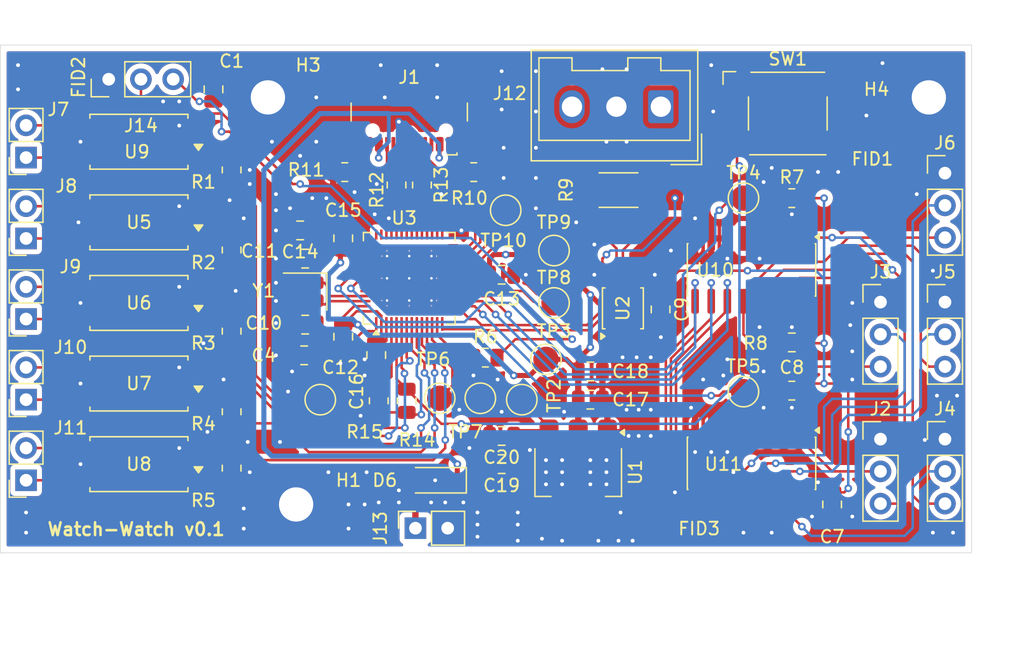
<source format=kicad_pcb>
(kicad_pcb
	(version 20241229)
	(generator "pcbnew")
	(generator_version "9.0")
	(general
		(thickness 1.6)
		(legacy_teardrops no)
	)
	(paper "A4")
	(layers
		(0 "F.Cu" signal)
		(2 "B.Cu" signal)
		(9 "F.Adhes" user "F.Adhesive")
		(11 "B.Adhes" user "B.Adhesive")
		(13 "F.Paste" user)
		(15 "B.Paste" user)
		(5 "F.SilkS" user "F.Silkscreen")
		(7 "B.SilkS" user "B.Silkscreen")
		(1 "F.Mask" user)
		(3 "B.Mask" user)
		(17 "Dwgs.User" user "User.Drawings")
		(19 "Cmts.User" user "User.Comments")
		(21 "Eco1.User" user "User.Eco1")
		(23 "Eco2.User" user "User.Eco2")
		(25 "Edge.Cuts" user)
		(27 "Margin" user)
		(31 "F.CrtYd" user "F.Courtyard")
		(29 "B.CrtYd" user "B.Courtyard")
		(35 "F.Fab" user)
		(33 "B.Fab" user)
		(39 "User.1" user)
		(41 "User.2" user)
		(43 "User.3" user)
		(45 "User.4" user)
	)
	(setup
		(pad_to_mask_clearance 0)
		(allow_soldermask_bridges_in_footprints no)
		(tenting front back)
		(pcbplotparams
			(layerselection 0x00000000_00000000_55555555_5755f5ff)
			(plot_on_all_layers_selection 0x00000000_00000000_00000000_00000000)
			(disableapertmacros no)
			(usegerberextensions no)
			(usegerberattributes yes)
			(usegerberadvancedattributes yes)
			(creategerberjobfile yes)
			(dashed_line_dash_ratio 12.000000)
			(dashed_line_gap_ratio 3.000000)
			(svgprecision 4)
			(plotframeref no)
			(mode 1)
			(useauxorigin no)
			(hpglpennumber 1)
			(hpglpenspeed 20)
			(hpglpendiameter 15.000000)
			(pdf_front_fp_property_popups yes)
			(pdf_back_fp_property_popups yes)
			(pdf_metadata yes)
			(pdf_single_document no)
			(dxfpolygonmode yes)
			(dxfimperialunits yes)
			(dxfusepcbnewfont yes)
			(psnegative no)
			(psa4output no)
			(plot_black_and_white yes)
			(sketchpadsonfab no)
			(plotpadnumbers no)
			(hidednponfab no)
			(sketchdnponfab yes)
			(crossoutdnponfab yes)
			(subtractmaskfromsilk no)
			(outputformat 1)
			(mirror no)
			(drillshape 1)
			(scaleselection 1)
			(outputdirectory "")
		)
	)
	(net 0 "")
	(net 1 "GND")
	(net 2 "+3.3V")
	(net 3 "Net-(U3-XTAL_P)")
	(net 4 "Net-(U3-XTAL_N)")
	(net 5 "+5V")
	(net 6 "Net-(D6-A)")
	(net 7 "Net-(J1-D--PadA7)")
	(net 8 "Net-(J1-CC2)")
	(net 9 "unconnected-(J1-SBU1-PadA8)")
	(net 10 "unconnected-(J1-SBU2-PadB8)")
	(net 11 "Net-(J1-CC1)")
	(net 12 "Net-(J1-D+-PadA6)")
	(net 13 "RX4")
	(net 14 "TX4")
	(net 15 "TX3")
	(net 16 "RX3")
	(net 17 "RX2")
	(net 18 "TX2")
	(net 19 "TX1")
	(net 20 "RX1")
	(net 21 "TX0")
	(net 22 "RX0")
	(net 23 "EN0.0")
	(net 24 "EN0.1")
	(net 25 "EN1.1")
	(net 26 "EN1.0")
	(net 27 "EN2.1")
	(net 28 "EN2.0")
	(net 29 "EN3.1")
	(net 30 "EN3.0")
	(net 31 "EN4.0")
	(net 32 "EN4.1")
	(net 33 "POWER_RAIL_IN")
	(net 34 "POWER_RAIL_OUT")
	(net 35 "Net-(R1-Pad1)")
	(net 36 "EN0")
	(net 37 "EN1")
	(net 38 "Net-(R2-Pad1)")
	(net 39 "Net-(R3-Pad1)")
	(net 40 "EN2")
	(net 41 "Net-(R4-Pad1)")
	(net 42 "EN3")
	(net 43 "Net-(R5-Pad1)")
	(net 44 "EN4")
	(net 45 "RGB")
	(net 46 "TX")
	(net 47 "RX")
	(net 48 "DM")
	(net 49 "DP")
	(net 50 "Net-(U3-GPIO0)")
	(net 51 "Net-(U3-CHIP_PU)")
	(net 52 "Net-(U3-LNA_IN)")
	(net 53 "Net-(U3-GPIO6)")
	(net 54 "Net-(U3-GPIO7)")
	(net 55 "Net-(U3-GPIO14)")
	(net 56 "Net-(U3-GPIO17)")
	(net 57 "Net-(U3-GPIO18)")
	(net 58 "unconnected-(U2-A1-Pad1)")
	(net 59 "unconnected-(U2-~{Alert}-Pad3)")
	(net 60 "unconnected-(U2-A0-Pad2)")
	(net 61 "SDA")
	(net 62 "SCL")
	(net 63 "unconnected-(U3-SPICLK_N-Pad36)")
	(net 64 "unconnected-(U3-SPIWP-Pad31)")
	(net 65 "unconnected-(U3-MTCK-Pad44)")
	(net 66 "unconnected-(U3-MTMS-Pad48)")
	(net 67 "unconnected-(U3-GPIO46-Pad52)")
	(net 68 "unconnected-(U3-SPIQ-Pad34)")
	(net 69 "A2")
	(net 70 "unconnected-(U3-GPIO38-Pad43)")
	(net 71 "unconnected-(U3-SPICLK-Pad33)")
	(net 72 "unconnected-(U3-GPIO21-Pad27)")
	(net 73 "unconnected-(U3-GPIO33-Pad38)")
	(net 74 "unconnected-(U3-GPIO35-Pad40)")
	(net 75 "unconnected-(U3-SPIHD-Pad30)")
	(net 76 "unconnected-(U3-GPIO37-Pad42)")
	(net 77 "unconnected-(U3-GPIO45-Pad51)")
	(net 78 "unconnected-(U3-MTDO-Pad45)")
	(net 79 "unconnected-(U3-GPIO36-Pad41)")
	(net 80 "unconnected-(U3-VDD_SPI-Pad29)")
	(net 81 "unconnected-(U3-SPICLK_P-Pad37)")
	(net 82 "unconnected-(U3-GPIO34-Pad39)")
	(net 83 "unconnected-(U3-SPICS0-Pad32)")
	(net 84 "A0")
	(net 85 "unconnected-(U3-XTAL_32K_P-Pad21)")
	(net 86 "A1")
	(net 87 "unconnected-(U3-MTDI-Pad47)")
	(net 88 "unconnected-(U3-SPICS1-Pad28)")
	(net 89 "unconnected-(U3-SPID-Pad35)")
	(net 90 "unconnected-(U3-XTAL_32K_N-Pad22)")
	(net 91 "unconnected-(U10-A6-Pad2)")
	(net 92 "unconnected-(U10-A7-Pad4)")
	(net 93 "unconnected-(U10-A5-Pad5)")
	(net 94 "unconnected-(U11-A6-Pad2)")
	(net 95 "unconnected-(U11-A5-Pad5)")
	(net 96 "unconnected-(U11-A7-Pad4)")
	(net 97 "Net-(J14-Pin_2)")
	(footprint "TestPoint:TestPoint_Pad_D2.0mm" (layer "F.Cu") (at 152.6 67.2))
	(footprint "Package_SO:SOIC-16_3.9x9.9mm_P1.27mm" (layer "F.Cu") (at 177.165 57.085 -90))
	(footprint "Diode_SMD:D_SOD-123" (layer "F.Cu") (at 152.3375 73.66 180))
	(footprint "Capacitor_SMD:C_0805_2012Metric" (layer "F.Cu") (at 134.77875 42.8625 90))
	(footprint "Resistor_SMD:R_0805_2012Metric" (layer "F.Cu") (at 145.12 49.38375 180))
	(footprint "Capacitor_SMD:C_0805_2012Metric" (layer "F.Cu") (at 145 54.6 90))
	(footprint "TestPoint:TestPoint_Pad_D2.0mm" (layer "F.Cu") (at 176.53 51.435))
	(footprint "Crystal:Crystal_SMD_2520-4Pin_2.5x2.0mm" (layer "F.Cu") (at 142 58.8 180))
	(footprint "TestPoint:TestPoint_Pad_D2.0mm" (layer "F.Cu") (at 157.7975 52.3875))
	(footprint "Capacitor_SMD:C_0805_2012Metric" (layer "F.Cu") (at 157.48 72.39 180))
	(footprint "Resistor_SMD:R_0805_2012Metric" (layer "F.Cu") (at 147.8 67.4 -90))
	(footprint "TestPoint:TestPoint_Pad_D2.0mm" (layer "F.Cu") (at 161.6075 59.69))
	(footprint "Resistor_SMD:R_0805_2012Metric" (layer "F.Cu") (at 180.34 51.435))
	(footprint "MountingHole:MountingHole_2.7mm_M2.5_Pad" (layer "F.Cu") (at 191.135 43.4975))
	(footprint "Fiducial:Fiducial_1.5mm_Mask3mm" (layer "F.Cu") (at 169.545 76.5175))
	(footprint "Capacitor_SMD:C_0805_2012Metric" (layer "F.Cu") (at 164.465 67.31))
	(footprint "Connector_PinHeader_2.54mm:PinHeader_1x03_P2.54mm_Vertical" (layer "F.Cu") (at 192.405 59.625))
	(footprint "Package_SO:SOIC-16_3.9x9.9mm_P1.27mm" (layer "F.Cu") (at 177.165 72.325 -90))
	(footprint "TestPoint:TestPoint_Pad_D2.0mm" (layer "F.Cu") (at 160.9725 64.135))
	(footprint "Package_DFN_QFN:QFN-56-1EP_7x7mm_P0.4mm_EP4x4mm_ThermalVias" (layer "F.Cu") (at 150.2 57.75 90))
	(footprint "Connector_PinSocket_2.54mm:PinSocket_1x02_P2.54mm_Vertical" (layer "F.Cu") (at 120.015 48.24 180))
	(footprint "TestPoint:TestPoint_Pad_D2.0mm" (layer "F.Cu") (at 143.1925 67.31))
	(footprint "Capacitor_SMD:C_0805_2012Metric" (layer "F.Cu") (at 141.9225 63.8175 180))
	(footprint "Button_Switch_SMD:SW_SPST_Omron_B3FS-100xP" (layer "F.Cu") (at 180.0225 44.7675))
	(footprint "Package_SO:SOP-4_7.5x4.1mm_P2.54mm" (layer "F.Cu") (at 128.905 59.69 180))
	(footprint "Package_SO:SOP-4_7.5x4.1mm_P2.54mm" (layer "F.Cu") (at 128.905 72.39 180))
	(footprint "Capacitor_SMD:C_0805_2012Metric" (layer "F.Cu") (at 183.515 75.565 -90))
	(footprint "Package_SO:SOP-4_7.5x4.1mm_P2.54mm" (layer "F.Cu") (at 128.905 66.04 180))
	(footprint "Resistor_SMD:R_0805_2012Metric" (layer "F.Cu") (at 150 67.4 -90))
	(footprint "Connector_PinHeader_2.54mm:PinHeader_1x03_P2.54mm_Vertical" (layer "F.Cu") (at 187.325 59.625))
	(footprint "Resistor_SMD:R_0805_2012Metric" (layer "F.Cu") (at 155.28 49.38375))
	(footprint "Connector_PinSocket_2.54mm:PinSocket_1x02_P2.54mm_Vertical" (layer "F.Cu") (at 120.015 54.61 180))
	(footprint "TestPoint:TestPoint_Pad_D2.0mm" (layer "F.Cu") (at 155.8 67.2))
	(footprint "Connector_USB:USB_C_Receptacle_GCT_USB4110" (layer "F.Cu") (at 150.2 43.51 180))
	(footprint "Capacitor_SMD:C_0805_2012Metric" (layer "F.Cu") (at 142 61.4 180))
	(footprint "Capacitor_SMD:C_0805_2012Metric" (layer "F.Cu") (at 180.34 62.8 180))
	(footprint "Resistor_SMD:R_0805_2012Metric" (layer "F.Cu") (at 180.34 66.6))
	(footprint "Resistor_SMD:R_0805_2012Metric" (layer "F.Cu") (at 136.2075 49.2125 -90))
	(footprint "Capacitor_SMD:C_0805_2012Metric"
		(layer "F.Cu")
		(uuid "77b8de0f-c699-46e7-bfa7-49972bbca35a")
		(at 142 56.2 180)
		(descr "Capacitor SMD 0805 (2012 Metric), square (rectangular) end terminal, IPC-7351 nominal, (Body size source: IPC-SM-782 page 76, https://www.pcb-3d.com/wordpress/wp-content/uploads/ipc-sm-782a_amendment_1_and_2.pdf, https://docs.google.com/spreadsheets/d/1BsfQQcO9C6DZCsRaXUlFlo91Tg2WpOkGARC1WS5S8t0/edit?usp=sharing), generated with kicad-footprint-generator")
		(tags "capacitor")
		(property "Reference" "C11"
			(at 3.6 0.6 0)
			(layer "F.SilkS")
			(uuid "6a9299ff-a7d4-4ae6-9894-1081257ac557")
			(effects
				(font
					(size 1 1)
					(thickness 0.15)
				)
			)
		)
		(property "Value" "22"
			(at 0 1.68 0)
			(layer "F.Fab")
			(uuid "bd8c7373-6352-4cdc-8cd4-5c827a2cf487")
			(effects
				(font
					(size 1 1)
					(thickness 0.15)
				)
			)
		)
		(property "Datasheet" "~"
			(at 0 0 0)
			(layer "F.Fab")
			(hide yes)
			(uuid "630a08da-8afa-4d69-92fe-4c99eb7fe3ff")
			(effects
				(font
					(size 1.27 1.27)
					(thickness 0.15)
				)
			)
		)
		(property "Description" "Unpolarized capacitor"
			(at 0 0 0)
			(layer "F.Fab")
			(hide yes)
			(uuid "8f6c5e55-0994-4912-a575-0e15b8047c8a")
			(effects
				(font
					(size 1.27 1.27)
					(thick
... [644629 chars truncated]
</source>
